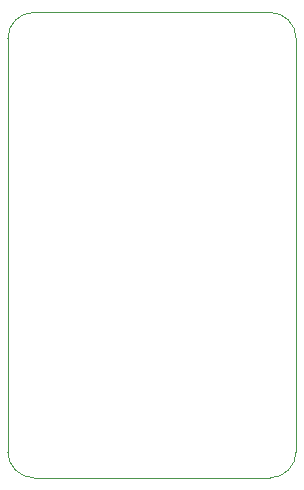
<source format=gbr>
G04*
G04 #@! TF.GenerationSoftware,Altium Limited,Altium Designer,24.1.2 (44)*
G04*
G04 Layer_Color=16711935*
%FSLAX25Y25*%
%MOIN*%
G70*
G04*
G04 #@! TF.SameCoordinates,8AA45DA3-EFE9-42F3-ADE2-6CCF78DF1A05*
G04*
G04*
G04 #@! TF.FilePolarity,Positive*
G04*
G01*
G75*
%ADD14C,0.00394*%
D14*
X99213Y149606D02*
G03*
X90551Y158268I-8661J0D01*
G01*
X11811Y158268D02*
G03*
X3150Y149606I0J-8661D01*
G01*
Y11811D02*
G03*
X11811Y3150I8661J0D01*
G01*
X90551Y3150D02*
G03*
X99213Y11811I0J8661D01*
G01*
X11811Y158268D02*
X90551D01*
X3150Y11811D02*
Y149606D01*
X11811Y3150D02*
X90551D01*
X99213Y11811D02*
Y149606D01*
M02*

</source>
